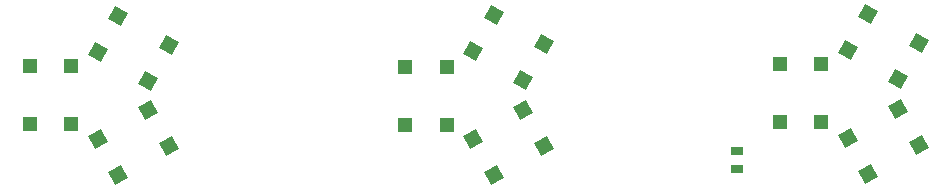
<source format=gtp>
%FSLAX25Y25*%
%MOIN*%
G70*
G01*
G75*
G04 Layer_Color=8421504*
%ADD10P,0.08352X4X75.0*%
%ADD11P,0.08352X4X195.0*%
%ADD12R,0.05906X0.05906*%
%ADD13R,0.05000X0.04000*%
%ADD14C,0.02500*%
%ADD15C,0.05000*%
%ADD16C,0.16500*%
%ADD17C,0.04000*%
%ADD18R,0.08000X0.05000*%
%ADD19R,0.12205X0.17716*%
%ADD20C,0.01000*%
%ADD21C,0.01200*%
%ADD22P,0.06937X4X75.0*%
%ADD23P,0.06937X4X195.0*%
%ADD24R,0.04906X0.04906*%
%ADD25R,0.04000X0.03000*%
D22*
X1161092Y984498D02*
D03*
X1036202Y984144D02*
D03*
X1059798Y981856D02*
D03*
X1052909Y993789D02*
D03*
X1043091Y972211D02*
D03*
X927798Y993644D02*
D03*
X911092Y983998D02*
D03*
X917981Y972065D02*
D03*
X1184688Y982210D02*
D03*
X1177798Y994144D02*
D03*
X1167981Y972565D02*
D03*
X934688Y981710D02*
D03*
D23*
X1177798Y1004065D02*
D03*
X1059798Y1015644D02*
D03*
X1052909Y1003710D02*
D03*
X1043091Y1025290D02*
D03*
X1036202Y1013356D02*
D03*
X917981Y1025144D02*
D03*
X911092Y1013210D02*
D03*
X927798Y1003565D02*
D03*
X934688Y1015498D02*
D03*
X1167981Y1025644D02*
D03*
X1161092Y1013710D02*
D03*
X1184688Y1015998D02*
D03*
D24*
X1152280Y1009000D02*
D03*
X1013610Y1008146D02*
D03*
X1027390D02*
D03*
X1013610Y988854D02*
D03*
X1027390D02*
D03*
X888500Y989209D02*
D03*
X902280D02*
D03*
Y1008500D02*
D03*
X888500D02*
D03*
X1138500Y989709D02*
D03*
X1152280D02*
D03*
X1138500Y1009000D02*
D03*
D25*
X1124000Y980000D02*
D03*
Y974000D02*
D03*
M02*

</source>
